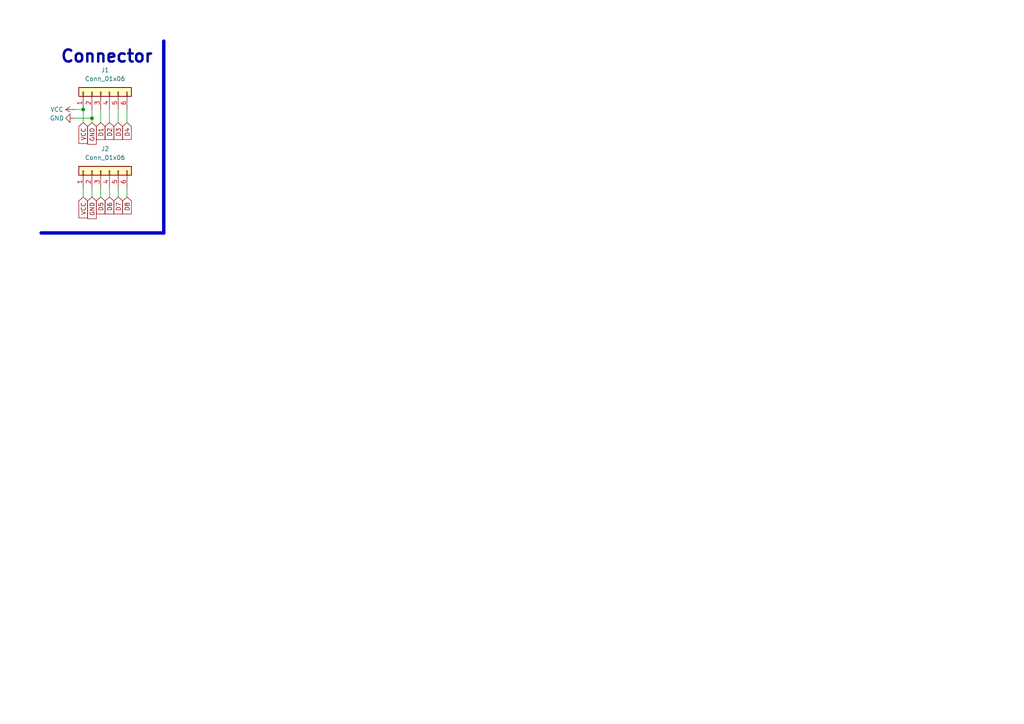
<source format=kicad_sch>
(kicad_sch (version 20250114) (generator "eeschema") (generator_version "9.0")
  (paper "A4")
  (lib_symbols
    (symbol "Connector_Generic:Conn_01x06" (pin_names (offset 1.016) (hide yes))
      (property "Reference" "J" (at 0 7.62 0))
      (property "Value" "Conn_01x06" (at 0 -10.16 0))
      (symbol "Conn_01x06_1_1"
        (rectangle (start -1.27 6.35) (end 1.27 -8.89) (stroke (width 0.254)) (fill (type background)))
        (rectangle (start -1.27 5.207) (end 0 4.953) (stroke (width 0.1524)))
        (rectangle (start -1.27 2.667) (end 0 2.413) (stroke (width 0.1524)))
        (rectangle (start -1.27 0.127) (end 0 -0.127) (stroke (width 0.1524)))
        (rectangle (start -1.27 -2.413) (end 0 -2.667) (stroke (width 0.1524)))
        (rectangle (start -1.27 -4.953) (end 0 -5.207) (stroke (width 0.1524)))
        (rectangle (start -1.27 -7.493) (end 0 -7.747) (stroke (width 0.1524)))
        (pin passive line (at -5.08 5.08 0) (length 3.81) (name "Pin_1") (number "1"))
        (pin passive line (at -5.08 2.54 0) (length 3.81) (name "Pin_2") (number "2"))
        (pin passive line (at -5.08 0 0) (length 3.81) (name "Pin_3") (number "3"))
        (pin passive line (at -5.08 -2.54 0) (length 3.81) (name "Pin_4") (number "4"))
        (pin passive line (at -5.08 -5.08 0) (length 3.81) (name "Pin_5") (number "5"))
        (pin passive line (at -5.08 -7.62 0) (length 3.81) (name "Pin_6") (number "6"))
      )
    )
    (symbol "power:GND" (power) (pin_numbers (hide yes)) (pin_names (offset 0) (hide yes))
      (property "Value" "GND" (at 0 -3.81 0))
      (symbol "GND_0_1"
        (polyline (pts (xy 0 0) (xy 0 -1.27) (xy 1.27 -1.27) (xy 0 -2.54) (xy -1.27 -1.27) (xy 0 -1.27)))
      )
      (symbol "GND_1_1"
        (pin power_in line (at 0 0 270) (length 0) (name "~") (number "1"))
      )
    )
    (symbol "power:VCC" (power) (pin_numbers (hide yes)) (pin_names (offset 0) (hide yes))
      (property "Value" "VCC" (at 0 3.556 0))
      (symbol "VCC_0_1"
        (polyline (pts (xy -0.762 1.27) (xy 0 2.54)))
        (polyline (pts (xy 0 2.54) (xy 0.762 1.27)))
        (polyline (pts (xy 0 0) (xy 0 2.54)))
      )
      (symbol "VCC_1_1"
        (pin power_in line (at 0 0 90) (length 0) (name "~") (number "1"))
      )
    )
  )
  (text "Connector" (at 30.988 16.51 0) (effects (font (size 3.5 3.5) (thickness 0.7) (bold yes))))
  (junction (at 26.67 34.29))
  (junction (at 24.13 31.75))
  (wire (pts (xy 29.21 31.75) (xy 29.21 35.56)))
  (wire (pts (xy 24.13 54.61) (xy 24.13 57.15)))
  (wire (pts (xy 26.67 34.29) (xy 26.67 31.75)))
  (polyline (pts (xy 47.498 11.938) (xy 47.498 67.564)) (stroke (width 1) (type solid)))
  (wire (pts (xy 21.59 34.29) (xy 26.67 34.29)))
  (wire (pts (xy 36.83 54.61) (xy 36.83 57.15)))
  (wire (pts (xy 26.67 34.29) (xy 26.67 35.56)))
  (wire (pts (xy 34.29 54.61) (xy 34.29 57.15)))
  (wire (pts (xy 26.67 54.61) (xy 26.67 57.15)))
  (wire (pts (xy 36.83 31.75) (xy 36.83 35.56)))
  (wire (pts (xy 34.29 31.75) (xy 34.29 35.56)))
  (wire (pts (xy 29.21 54.61) (xy 29.21 57.15)))
  (polyline (pts (xy 11.938 67.564) (xy 47.498 67.564)) (stroke (width 1) (type solid)))
  (wire (pts (xy 31.75 54.61) (xy 31.75 57.15)))
  (wire (pts (xy 21.59 31.75) (xy 24.13 31.75)))
  (wire (pts (xy 31.75 31.75) (xy 31.75 35.56)))
  (wire (pts (xy 24.13 31.75) (xy 24.13 35.56)))
  (global_label "D4" (shape input) (at 36.83 35.56 270) (property "Intersheetrefs" "${INTERSHEET_REFS}" (effects (hide yes))))
  (global_label "D2" (shape input) (at 31.75 35.56 270) (property "Intersheetrefs" "${INTERSHEET_REFS}" (effects (hide yes))))
  (global_label "D5" (shape input) (at 29.21 57.15 270) (property "Intersheetrefs" "${INTERSHEET_REFS}" (effects (hide yes))))
  (global_label "GND" (shape input) (at 26.67 35.56 270) (property "Intersheetrefs" "${INTERSHEET_REFS}" (effects (hide yes))))
  (global_label "GND" (shape input) (at 26.67 57.15 270) (property "Intersheetrefs" "${INTERSHEET_REFS}" (effects (hide yes))))
  (global_label "VCC" (shape input) (at 24.13 57.15 270) (property "Intersheetrefs" "${INTERSHEET_REFS}" (effects (hide yes))))
  (global_label "D7" (shape input) (at 34.29 57.15 270) (property "Intersheetrefs" "${INTERSHEET_REFS}" (effects (hide yes))))
  (global_label "D8" (shape input) (at 36.83 57.15 270) (property "Intersheetrefs" "${INTERSHEET_REFS}" (effects (hide yes))))
  (global_label "D6" (shape input) (at 31.75 57.15 270) (property "Intersheetrefs" "${INTERSHEET_REFS}" (effects (hide yes))))
  (global_label "D3" (shape input) (at 34.29 35.56 270) (property "Intersheetrefs" "${INTERSHEET_REFS}" (effects (hide yes))))
  (global_label "VCC" (shape input) (at 24.13 35.56 270) (property "Intersheetrefs" "${INTERSHEET_REFS}" (effects (hide yes))))
  (global_label "D1" (shape input) (at 29.21 35.56 270) (property "Intersheetrefs" "${INTERSHEET_REFS}" (effects (hide yes))))
  (symbol (lib_id "power:VCC") (at 21.59 31.75 90) (unit 1)
    (property "Reference" "#PWR01" (effects (hide yes)))
    (property "Value" "VCC" (at 16.51 31.75 90))
    (property "Description" "Power symbol creates a global label with name \"VCC\"" (effects (hide yes)))
  )
  (symbol (lib_id "power:GND") (at 21.59 34.29 270) (unit 1)
    (property "Reference" "#PWR02" (effects (hide yes)))
    (property "Value" "GND" (at 16.51 34.29 90))
    (property "Description" "Power symbol creates a global label with name \"GND\" , ground" (effects (hide yes)))
  )
  (symbol (lib_id "Connector_Generic:Conn_01x06") (at 29.21 26.67 90) (unit 1)
    (property "Reference" "J1" (at 30.48 20.32 90))
    (property "Value" "Conn_01x06" (at 30.48 22.86 90))
    (property "Footprint" "Connector_PinHeader_1.27mm:PinHeader_1x06_P1.27mm_Horizontal" (effects (hide yes)))
    (property "Description" "Generic connector, single row, 01x06, script generated (kicad-library-utils/schlib/autogen/connector/)" (effects (hide yes)))
  )
  (symbol (lib_id "Connector_Generic:Conn_01x06") (at 29.21 49.53 90) (unit 1)
    (property "Reference" "J2" (at 30.48 43.18 90))
    (property "Value" "Conn_01x06" (at 30.48 45.72 90))
    (property "Footprint" "Connector_PinHeader_1.27mm:PinHeader_1x06_P1.27mm_Horizontal" (effects (hide yes)))
    (property "Description" "Generic connector, single row, 01x06, script generated (kicad-library-utils/schlib/autogen/connector/)" (effects (hide yes)))
  )
)
</source>
